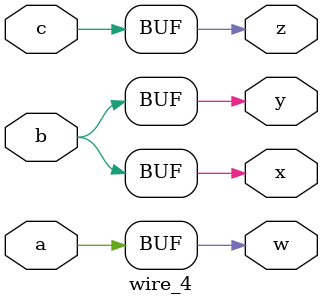
<source format=v>
module wire_4(input a,b,c , output w,x,y,z);
assign w = a;
assign x = b;
assign y = b;
assign z = c;

endmodule
</source>
